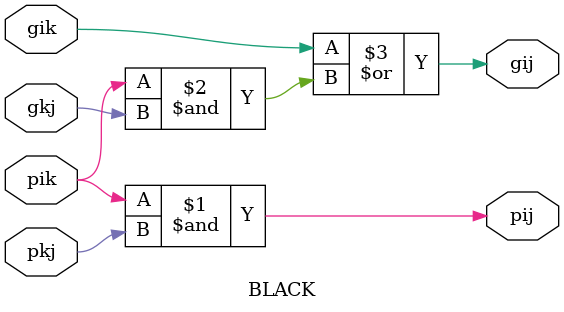
<source format=v>

module main(x,y,o);
input [3:0] x,y;
output [7:0] o;
wire ip_0_0,ip_0_1,ip_0_2,ip_0_3,ip_1_0,ip_1_1,ip_1_2,ip_1_3,ip_2_0,ip_2_1,ip_2_2,ip_2_3,ip_3_0,ip_3_1,ip_3_2,ip_3_3;
wire p0,p1,p2,p3,p4,p5,p6,p7,p8,p9,p10,p11,p12,p13,p14,p15,p16,p17,p18,p19,p20,p21;
and and0(ip_0_0,x[0],y[0]);
and and1(ip_0_1,x[0],y[1]);
and and2(ip_0_2,x[0],y[2]);
and and3(ip_0_3,x[0],y[3]);
and and4(ip_1_0,x[1],y[0]);
and and5(ip_1_1,x[1],y[1]);
and and6(ip_1_2,x[1],y[2]);
and and7(ip_1_3,x[1],y[3]);
and and8(ip_2_0,x[2],y[0]);
and and9(ip_2_1,x[2],y[1]);
and and10(ip_2_2,x[2],y[2]);
and and11(ip_2_3,x[2],y[3]);
and and12(ip_3_0,x[3],y[0]);
and and13(ip_3_1,x[3],y[1]);
and and14(ip_3_2,x[3],y[2]);
and and15(ip_3_3,x[3],y[3]);
HA ha0(ip_0_2,ip_1_1,p0,p1);
HA ha1(ip_0_3,ip_1_2,p2,p3);
HA ha2(ip_2_1,ip_3_0,p4,p5);
FA fa0(p0,p3,p5,p6,p7);
HA ha3(ip_1_3,ip_2_2,p8,p9);
HA ha4(ip_3_1,p2,p10,p11);
HA ha5(p4,p9,p12,p13);
FA fa1(p11,p13,p6,p14,p15);
FA fa2(ip_2_3,ip_3_2,p8,p16,p17);
FA fa3(p10,p12,p17,p18,p19);
FA fa4(ip_3_3,p16,p18,p20,p21);
wire [7:0] a,b;
wire [7:0] s;
assign a[1] = ip_0_1;
assign b[1] = ip_1_0;
assign a[2] = ip_2_0;
assign b[2] = p1;
assign a[3] = p7;
assign b[3] = 1'b0;
assign a[4] = p15;
assign b[4] = 1'b0;
assign a[5] = p19;
assign b[5] = p14;
assign a[6] = p21;
assign b[6] = 1'b0;
assign a[7] = p20;
assign b[7] = 1'b0;
assign a[0] = ip_0_0;
assign b[0] = 1'b0;
assign o[7] = s[7];
assign o[0] = s[0];
assign o[1] = s[1];
assign o[2] = s[2];
assign o[3] = s[3];
assign o[4] = s[4];
assign o[5] = s[5];
assign o[6] = s[6];
adder add(a,b,s);

endmodule

module HA(a,b,c,s);
input a,b;
output c,s;
xor x1(s,a,b);
and a1(c,a,b);
endmodule
module FA(a,b,c,cy,sm);
input a,b,c;
output cy,sm;
wire x,y,z;
HA h1(a,b,x,z);
HA h2(z,c,y,sm);
or o1(cy,x,y);
endmodule

// 1 0 0 0 0 0 0 0 
// 1 1 0 0 0 0 0 0 
// 1 0 1 0 0 0 0 0 
// 1 0 1 1 0 0 0 0 
// 1 0 0 0 1 0 0 0 
// 1 0 0 0 1 1 0 0 
// 1 0 0 0 0 0 1 0 
// 1 0 0 0 1 0 1 1 
module adder(a,b,s);
input [7:0] a,b;
output [7:0] s;
wire p5_5,g3_2,g3_0,g5_5,p2_2,p5_4,g3_3,p3_2,c0,g0_0,c2,g7_4,g2_2,g1_0,g4_4,g1_1,p1_1,c7,c5,g5_0,p3_3,p4_4,p6_6,p7_6,g5_4,c6,c4,g7_7,p7_4,g7_6,c1,g6_6,p7_7,p0_0,c3;

assign p0_0 = a[0] ^ b[0];
assign g0_0 = a[0] & b[0];
assign p1_1 = a[1] ^ b[1];
assign g1_1 = a[1] & b[1];
assign p2_2 = a[2] ^ b[2];
assign g2_2 = a[2] & b[2];
assign p3_3 = a[3] ^ b[3];
assign g3_3 = a[3] & b[3];
assign p4_4 = a[4] ^ b[4];
assign g4_4 = a[4] & b[4];
assign p5_5 = a[5] ^ b[5];
assign g5_5 = a[5] & b[5];
assign p6_6 = a[6] ^ b[6];
assign g6_6 = a[6] & b[6];
assign p7_7 = a[7] ^ b[7];
assign g7_7 = a[7] & b[7];
assign g1_0 = c1;
assign g2_0 = c2;
assign g3_0 = c3;
assign g4_0 = c4;
assign g5_0 = c5;
assign g6_0 = c6;
assign g7_0 = c7;
BLACK black7_6(g7_7, p7_7, g6_6, p6_6, g7_6, p7_6);
BLACK black7_4(g7_6, p7_6, g5_4, p5_4, g7_4, p7_4);
GREY grey7(g7_4, p7_4, g3_0, c7);
GREY grey6(g6_6, p6_6, g5_0, c6);
BLACK black5_4(g5_5, p5_5, g4_4, p4_4, g5_4, p5_4);
GREY grey5(g5_4, p5_4, g3_0, c5);
GREY grey4(g4_4, p4_4, g3_0, c4);
BLACK black3_2(g3_3, p3_3, g2_2, p2_2, g3_2, p3_2);
GREY grey3(g3_2, p3_2, g1_0, c3);
GREY grey2(g2_2, p2_2, g1_0, c2);
GREY grey1(g1_1, p1_1, g0_0, c1);
assign s[0] = a[0] ^ b[0];
assign c0 = g0_0;
assign s[1] = p1_1 ^ c0;
assign s[2] = p2_2 ^ c1;
assign s[3] = p3_3 ^ c2;
assign s[4] = p4_4 ^ c3;
assign s[5] = p5_5 ^ c4;
assign s[6] = p6_6 ^ c5;
assign s[7] = p7_7 ^ c6;
endmodule

module GREY(gik, pik, gkj, gij);
input gik, pik, gkj;
output gij;
assign gij = gik | (pik & gkj);
endmodule

module BLACK(gik, pik, gkj, pkj, gij, pij);
input gik, pik, gkj, pkj;
output gij, pij;
assign pij = pik & pkj;
assign gij = gik | (pik & gkj);
endmodule


</source>
